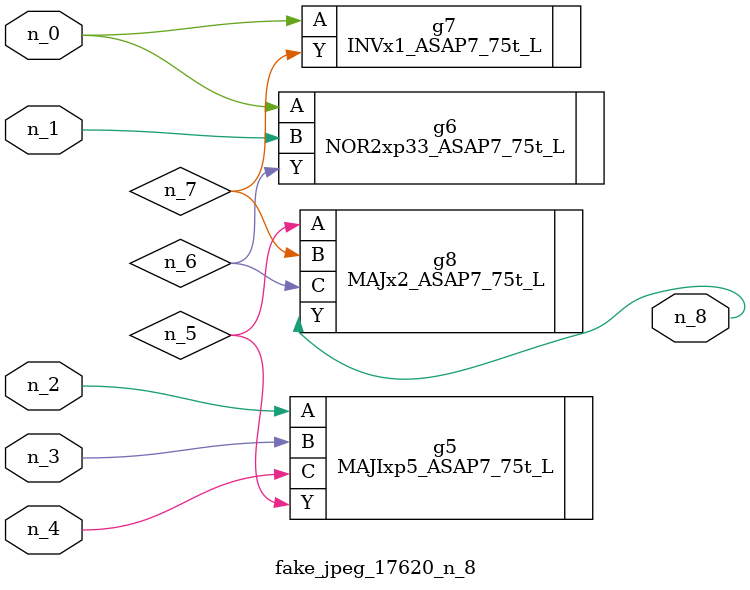
<source format=v>
module fake_jpeg_17620_n_8 (n_3, n_2, n_1, n_0, n_4, n_8);

input n_3;
input n_2;
input n_1;
input n_0;
input n_4;

output n_8;

wire n_6;
wire n_5;
wire n_7;

MAJIxp5_ASAP7_75t_L g5 ( 
.A(n_2),
.B(n_3),
.C(n_4),
.Y(n_5)
);

NOR2xp33_ASAP7_75t_L g6 ( 
.A(n_0),
.B(n_1),
.Y(n_6)
);

INVx1_ASAP7_75t_L g7 ( 
.A(n_0),
.Y(n_7)
);

MAJx2_ASAP7_75t_L g8 ( 
.A(n_5),
.B(n_7),
.C(n_6),
.Y(n_8)
);


endmodule
</source>
